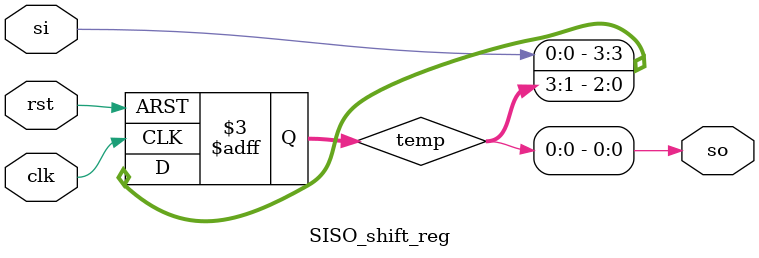
<source format=v>
`timescale 1ns / 1ps

module SISO_shift_reg( // 4 bit 
        input si,// serial in 
        input clk,rst,
        output so
    );
    reg [3:0]temp;
    always@(posedge clk, posedge rst)
        begin    
            if(rst)   
                temp <= 4'b0000;
            else  
                begin 
                    temp = temp >> 1;
                    temp[3] <= si;
                      //temp <= {si, temp[3:1]}; 
                end  
        end         
        assign so = temp[0];
endmodule
// else  
//                begin 
//                    temp[3] <= si;
//                    temp <= temp >> 1;
//                end
// The main mistake in the code is related to the 
//order of operations inside the always block.
// When you right shift the temp register (temp <= temp >> 1;),
 // it should happen before you assign si to temp[3]. 
// Otherwise, the value of temp[3] will be shifted out,
//  and the new si value won't propagate correctly through
//   the shift register.               
</source>
